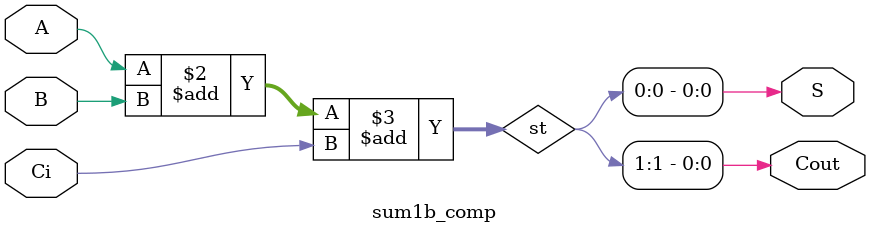
<source format=v>
module sum1b_comp (

    input  A, 
    input  B,
    input  Ci,
    output Cout,
    output S
  );
  
    reg [1:0] st;

  
    always @ ( * ) begin
      st  =   A+B+Ci;
    end

    assign S = st[0];
    assign Cout = st[1];
    
  endmodule

</source>
